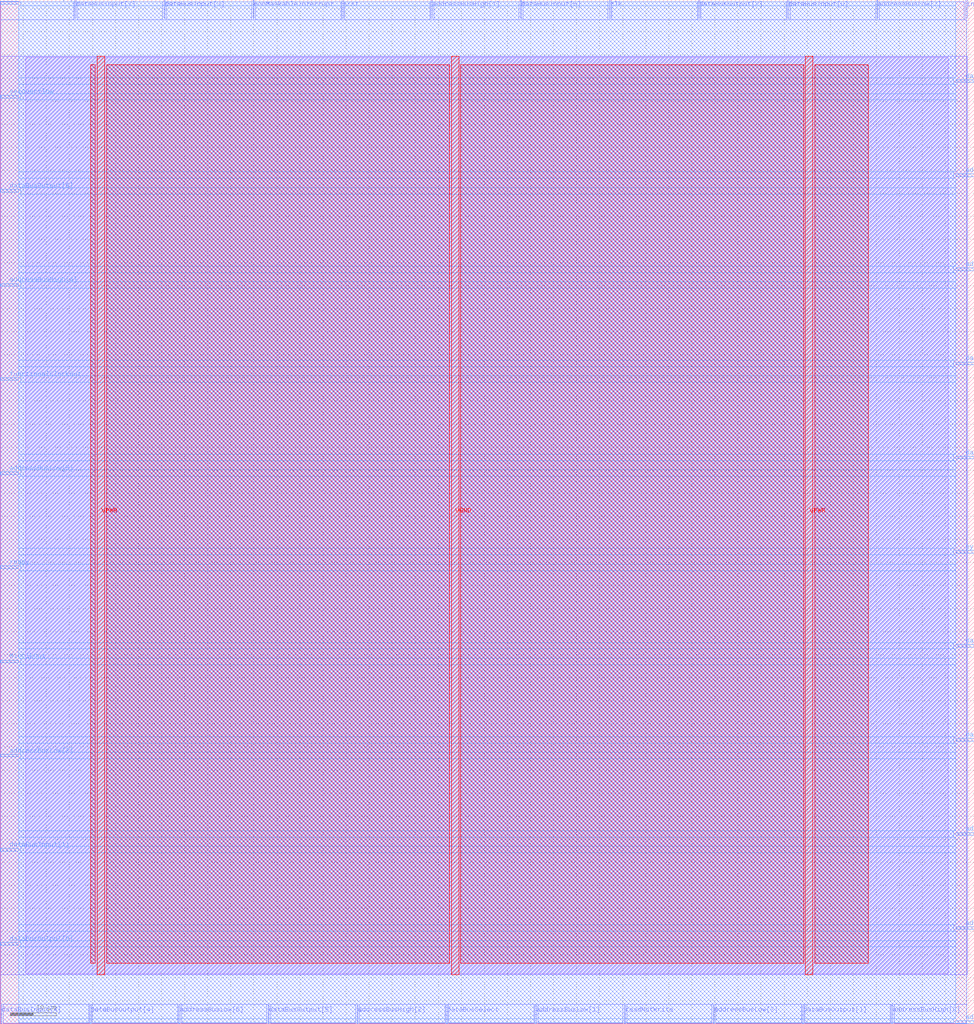
<source format=lef>
VERSION 5.7 ;
  NOWIREEXTENSIONATPIN ON ;
  DIVIDERCHAR "/" ;
  BUSBITCHARS "[]" ;
MACRO top8227
  CLASS BLOCK ;
  FOREIGN top8227 ;
  ORIGIN 0.000 0.000 ;
  SIZE 211.235 BY 221.955 ;
  PIN M10ClkOut
    DIRECTION OUTPUT TRISTATE ;
    USE SIGNAL ;
    ANTENNADIFFAREA 0.340600 ;
    PORT
      LAYER met3 ;
        RECT 0.000 78.240 4.000 78.840 ;
    END
  END M10ClkOut
  PIN VGND
    DIRECTION INOUT ;
    USE GROUND ;
    PORT
      LAYER met4 ;
        RECT 97.840 10.640 99.440 209.680 ;
    END
  END VGND
  PIN VPWR
    DIRECTION INOUT ;
    USE POWER ;
    PORT
      LAYER met4 ;
        RECT 21.040 10.640 22.640 209.680 ;
    END
    PORT
      LAYER met4 ;
        RECT 174.640 10.640 176.240 209.680 ;
    END
  END VPWR
  PIN addressBusHigh[0]
    DIRECTION OUTPUT TRISTATE ;
    USE SIGNAL ;
    ANTENNADIFFAREA 0.795200 ;
    PORT
      LAYER met2 ;
        RECT 193.290 0.000 193.570 4.000 ;
    END
  END addressBusHigh[0]
  PIN addressBusHigh[1]
    DIRECTION OUTPUT TRISTATE ;
    USE SIGNAL ;
    ANTENNADIFFAREA 0.795200 ;
    PORT
      LAYER met2 ;
        RECT 93.470 217.955 93.750 221.955 ;
    END
  END addressBusHigh[1]
  PIN addressBusHigh[2]
    DIRECTION OUTPUT TRISTATE ;
    USE SIGNAL ;
    ANTENNADIFFAREA 0.795200 ;
    PORT
      LAYER met2 ;
        RECT 77.370 0.000 77.650 4.000 ;
    END
  END addressBusHigh[2]
  PIN addressBusHigh[3]
    DIRECTION OUTPUT TRISTATE ;
    USE SIGNAL ;
    ANTENNADIFFAREA 0.795200 ;
    PORT
      LAYER met3 ;
        RECT 207.235 40.840 211.235 41.440 ;
    END
  END addressBusHigh[3]
  PIN addressBusHigh[4]
    DIRECTION OUTPUT TRISTATE ;
    USE SIGNAL ;
    ANTENNADIFFAREA 0.795200 ;
    PORT
      LAYER met3 ;
        RECT 0.000 159.840 4.000 160.440 ;
    END
  END addressBusHigh[4]
  PIN addressBusHigh[5]
    DIRECTION OUTPUT TRISTATE ;
    USE SIGNAL ;
    ANTENNADIFFAREA 0.445500 ;
    PORT
      LAYER met3 ;
        RECT 207.235 20.440 211.235 21.040 ;
    END
  END addressBusHigh[5]
  PIN addressBusHigh[6]
    DIRECTION OUTPUT TRISTATE ;
    USE SIGNAL ;
    ANTENNADIFFAREA 0.795200 ;
    PORT
      LAYER met3 ;
        RECT 207.235 0.040 211.235 0.640 ;
    END
  END addressBusHigh[6]
  PIN addressBusHigh[7]
    DIRECTION OUTPUT TRISTATE ;
    USE SIGNAL ;
    ANTENNADIFFAREA 0.445500 ;
    PORT
      LAYER met3 ;
        RECT 207.235 163.240 211.235 163.840 ;
    END
  END addressBusHigh[7]
  PIN addressBusLow[0]
    DIRECTION OUTPUT TRISTATE ;
    USE SIGNAL ;
    ANTENNADIFFAREA 0.795200 ;
    PORT
      LAYER met3 ;
        RECT 0.000 221.040 4.000 221.640 ;
    END
  END addressBusLow[0]
  PIN addressBusLow[1]
    DIRECTION OUTPUT TRISTATE ;
    USE SIGNAL ;
    ANTENNADIFFAREA 0.795200 ;
    PORT
      LAYER met2 ;
        RECT 116.010 0.000 116.290 4.000 ;
    END
  END addressBusLow[1]
  PIN addressBusLow[2]
    DIRECTION OUTPUT TRISTATE ;
    USE SIGNAL ;
    ANTENNADIFFAREA 0.795200 ;
    PORT
      LAYER met3 ;
        RECT 0.000 57.840 4.000 58.440 ;
    END
  END addressBusLow[2]
  PIN addressBusLow[3]
    DIRECTION OUTPUT TRISTATE ;
    USE SIGNAL ;
    ANTENNADIFFAREA 0.795200 ;
    PORT
      LAYER met2 ;
        RECT 154.650 0.000 154.930 4.000 ;
    END
  END addressBusLow[3]
  PIN addressBusLow[4]
    DIRECTION OUTPUT TRISTATE ;
    USE SIGNAL ;
    ANTENNADIFFAREA 0.445500 ;
    PORT
      LAYER met3 ;
        RECT 207.235 183.640 211.235 184.240 ;
    END
  END addressBusLow[4]
  PIN addressBusLow[5]
    DIRECTION OUTPUT TRISTATE ;
    USE SIGNAL ;
    ANTENNADIFFAREA 0.795200 ;
    PORT
      LAYER met3 ;
        RECT 0.000 119.040 4.000 119.640 ;
    END
  END addressBusLow[5]
  PIN addressBusLow[6]
    DIRECTION OUTPUT TRISTATE ;
    USE SIGNAL ;
    ANTENNADIFFAREA 0.795200 ;
    PORT
      LAYER met2 ;
        RECT 38.730 0.000 39.010 4.000 ;
    END
  END addressBusLow[6]
  PIN addressBusLow[7]
    DIRECTION OUTPUT TRISTATE ;
    USE SIGNAL ;
    ANTENNADIFFAREA 0.795200 ;
    PORT
      LAYER met2 ;
        RECT 190.070 217.955 190.350 221.955 ;
    END
  END addressBusLow[7]
  PIN clk
    DIRECTION INPUT ;
    USE SIGNAL ;
    ANTENNAGATEAREA 0.852000 ;
    PORT
      LAYER met2 ;
        RECT 132.110 217.955 132.390 221.955 ;
    END
  END clk
  PIN dataBusEnable
    DIRECTION INPUT ;
    USE SIGNAL ;
    ANTENNAGATEAREA 0.126000 ;
    PORT
      LAYER met3 ;
        RECT 207.235 122.440 211.235 123.040 ;
    END
  END dataBusEnable
  PIN dataBusInput[0]
    DIRECTION INPUT ;
    USE SIGNAL ;
    ANTENNAGATEAREA 0.159000 ;
    PORT
      LAYER met2 ;
        RECT 170.750 217.955 171.030 221.955 ;
    END
  END dataBusInput[0]
  PIN dataBusInput[1]
    DIRECTION INPUT ;
    USE SIGNAL ;
    ANTENNAGATEAREA 0.247500 ;
    PORT
      LAYER met3 ;
        RECT 0.000 37.440 4.000 38.040 ;
    END
  END dataBusInput[1]
  PIN dataBusInput[2]
    DIRECTION INPUT ;
    USE SIGNAL ;
    ANTENNAGATEAREA 0.247500 ;
    PORT
      LAYER met3 ;
        RECT 207.235 204.040 211.235 204.640 ;
    END
  END dataBusInput[2]
  PIN dataBusInput[3]
    DIRECTION INPUT ;
    USE SIGNAL ;
    ANTENNAGATEAREA 0.213000 ;
    PORT
      LAYER met2 ;
        RECT 35.510 217.955 35.790 221.955 ;
    END
  END dataBusInput[3]
  PIN dataBusInput[4]
    DIRECTION INPUT ;
    USE SIGNAL ;
    ANTENNAGATEAREA 0.213000 ;
    PORT
      LAYER met2 ;
        RECT 0.090 0.000 0.370 4.000 ;
    END
  END dataBusInput[4]
  PIN dataBusInput[5]
    DIRECTION INPUT ;
    USE SIGNAL ;
    ANTENNAGATEAREA 0.159000 ;
    PORT
      LAYER met2 ;
        RECT 112.790 217.955 113.070 221.955 ;
    END
  END dataBusInput[5]
  PIN dataBusInput[6]
    DIRECTION INPUT ;
    USE SIGNAL ;
    ANTENNAGATEAREA 0.159000 ;
    PORT
      LAYER met3 ;
        RECT 207.235 142.840 211.235 143.440 ;
    END
  END dataBusInput[6]
  PIN dataBusInput[7]
    DIRECTION INPUT ;
    USE SIGNAL ;
    ANTENNAGATEAREA 0.159000 ;
    PORT
      LAYER met2 ;
        RECT 16.190 217.955 16.470 221.955 ;
    END
  END dataBusInput[7]
  PIN dataBusOutput[0]
    DIRECTION OUTPUT TRISTATE ;
    USE SIGNAL ;
    ANTENNADIFFAREA 0.795200 ;
    PORT
      LAYER met3 ;
        RECT 0.000 17.040 4.000 17.640 ;
    END
  END dataBusOutput[0]
  PIN dataBusOutput[1]
    DIRECTION OUTPUT TRISTATE ;
    USE SIGNAL ;
    ANTENNADIFFAREA 0.795200 ;
    PORT
      LAYER met2 ;
        RECT 173.970 0.000 174.250 4.000 ;
    END
  END dataBusOutput[1]
  PIN dataBusOutput[2]
    DIRECTION OUTPUT TRISTATE ;
    USE SIGNAL ;
    ANTENNADIFFAREA 0.795200 ;
    PORT
      LAYER met2 ;
        RECT 151.430 217.955 151.710 221.955 ;
    END
  END dataBusOutput[2]
  PIN dataBusOutput[3]
    DIRECTION OUTPUT TRISTATE ;
    USE SIGNAL ;
    ANTENNADIFFAREA 0.795200 ;
    PORT
      LAYER met3 ;
        RECT 207.235 61.240 211.235 61.840 ;
    END
  END dataBusOutput[3]
  PIN dataBusOutput[4]
    DIRECTION OUTPUT TRISTATE ;
    USE SIGNAL ;
    ANTENNADIFFAREA 0.795200 ;
    PORT
      LAYER met2 ;
        RECT 19.410 0.000 19.690 4.000 ;
    END
  END dataBusOutput[4]
  PIN dataBusOutput[5]
    DIRECTION OUTPUT TRISTATE ;
    USE SIGNAL ;
    ANTENNADIFFAREA 0.795200 ;
    PORT
      LAYER met2 ;
        RECT 58.050 0.000 58.330 4.000 ;
    END
  END dataBusOutput[5]
  PIN dataBusOutput[6]
    DIRECTION OUTPUT TRISTATE ;
    USE SIGNAL ;
    ANTENNADIFFAREA 0.795200 ;
    PORT
      LAYER met3 ;
        RECT 0.000 180.240 4.000 180.840 ;
    END
  END dataBusOutput[6]
  PIN dataBusOutput[7]
    DIRECTION OUTPUT TRISTATE ;
    USE SIGNAL ;
    ANTENNADIFFAREA 0.445500 ;
    PORT
      LAYER met3 ;
        RECT 207.235 81.640 211.235 82.240 ;
    END
  END dataBusOutput[7]
  PIN dataBusSelect
    DIRECTION OUTPUT TRISTATE ;
    USE SIGNAL ;
    ANTENNADIFFAREA 0.795200 ;
    PORT
      LAYER met2 ;
        RECT 96.690 0.000 96.970 4.000 ;
    END
  END dataBusSelect
  PIN functionalClockOut
    DIRECTION OUTPUT TRISTATE ;
    USE SIGNAL ;
    ANTENNADIFFAREA 0.340600 ;
    PORT
      LAYER met3 ;
        RECT 0.000 139.440 4.000 140.040 ;
    END
  END functionalClockOut
  PIN interruptRequest
    DIRECTION INPUT ;
    USE SIGNAL ;
    ANTENNAGATEAREA 0.196500 ;
    PORT
      LAYER met2 ;
        RECT 209.390 217.955 209.670 221.955 ;
    END
  END interruptRequest
  PIN nonMaskableInterrupt
    DIRECTION INPUT ;
    USE SIGNAL ;
    ANTENNAGATEAREA 0.196500 ;
    PORT
      LAYER met2 ;
        RECT 54.830 217.955 55.110 221.955 ;
    END
  END nonMaskableInterrupt
  PIN nrst
    DIRECTION INPUT ;
    USE SIGNAL ;
    ANTENNAGATEAREA 0.196500 ;
    PORT
      LAYER met2 ;
        RECT 74.150 217.955 74.430 221.955 ;
    END
  END nrst
  PIN readNotWrite
    DIRECTION OUTPUT TRISTATE ;
    USE SIGNAL ;
    ANTENNADIFFAREA 0.795200 ;
    PORT
      LAYER met2 ;
        RECT 135.330 0.000 135.610 4.000 ;
    END
  END readNotWrite
  PIN ready
    DIRECTION INPUT ;
    USE SIGNAL ;
    ANTENNAGATEAREA 0.196500 ;
    PORT
      LAYER met3 ;
        RECT 0.000 98.640 4.000 99.240 ;
    END
  END ready
  PIN setOverflow
    DIRECTION INPUT ;
    USE SIGNAL ;
    ANTENNAGATEAREA 0.196500 ;
    PORT
      LAYER met3 ;
        RECT 0.000 200.640 4.000 201.240 ;
    END
  END setOverflow
  PIN sync
    DIRECTION OUTPUT TRISTATE ;
    USE SIGNAL ;
    ANTENNADIFFAREA 0.795200 ;
    PORT
      LAYER met3 ;
        RECT 207.235 102.040 211.235 102.640 ;
    END
  END sync
  OBS
      LAYER li1 ;
        RECT 5.520 10.795 205.620 209.525 ;
      LAYER met1 ;
        RECT 0.070 10.640 209.690 209.680 ;
      LAYER met2 ;
        RECT 0.100 217.675 15.910 221.525 ;
        RECT 16.750 217.675 35.230 221.525 ;
        RECT 36.070 217.675 54.550 221.525 ;
        RECT 55.390 217.675 73.870 221.525 ;
        RECT 74.710 217.675 93.190 221.525 ;
        RECT 94.030 217.675 112.510 221.525 ;
        RECT 113.350 217.675 131.830 221.525 ;
        RECT 132.670 217.675 151.150 221.525 ;
        RECT 151.990 217.675 170.470 221.525 ;
        RECT 171.310 217.675 189.790 221.525 ;
        RECT 190.630 217.675 209.110 221.525 ;
        RECT 0.100 4.280 209.660 217.675 ;
        RECT 0.650 0.155 19.130 4.280 ;
        RECT 19.970 0.155 38.450 4.280 ;
        RECT 39.290 0.155 57.770 4.280 ;
        RECT 58.610 0.155 77.090 4.280 ;
        RECT 77.930 0.155 96.410 4.280 ;
        RECT 97.250 0.155 115.730 4.280 ;
        RECT 116.570 0.155 135.050 4.280 ;
        RECT 135.890 0.155 154.370 4.280 ;
        RECT 155.210 0.155 173.690 4.280 ;
        RECT 174.530 0.155 193.010 4.280 ;
        RECT 193.850 0.155 209.660 4.280 ;
      LAYER met3 ;
        RECT 4.400 220.640 207.235 221.505 ;
        RECT 4.000 205.040 207.235 220.640 ;
        RECT 4.000 203.640 206.835 205.040 ;
        RECT 4.000 201.640 207.235 203.640 ;
        RECT 4.400 200.240 207.235 201.640 ;
        RECT 4.000 184.640 207.235 200.240 ;
        RECT 4.000 183.240 206.835 184.640 ;
        RECT 4.000 181.240 207.235 183.240 ;
        RECT 4.400 179.840 207.235 181.240 ;
        RECT 4.000 164.240 207.235 179.840 ;
        RECT 4.000 162.840 206.835 164.240 ;
        RECT 4.000 160.840 207.235 162.840 ;
        RECT 4.400 159.440 207.235 160.840 ;
        RECT 4.000 143.840 207.235 159.440 ;
        RECT 4.000 142.440 206.835 143.840 ;
        RECT 4.000 140.440 207.235 142.440 ;
        RECT 4.400 139.040 207.235 140.440 ;
        RECT 4.000 123.440 207.235 139.040 ;
        RECT 4.000 122.040 206.835 123.440 ;
        RECT 4.000 120.040 207.235 122.040 ;
        RECT 4.400 118.640 207.235 120.040 ;
        RECT 4.000 103.040 207.235 118.640 ;
        RECT 4.000 101.640 206.835 103.040 ;
        RECT 4.000 99.640 207.235 101.640 ;
        RECT 4.400 98.240 207.235 99.640 ;
        RECT 4.000 82.640 207.235 98.240 ;
        RECT 4.000 81.240 206.835 82.640 ;
        RECT 4.000 79.240 207.235 81.240 ;
        RECT 4.400 77.840 207.235 79.240 ;
        RECT 4.000 62.240 207.235 77.840 ;
        RECT 4.000 60.840 206.835 62.240 ;
        RECT 4.000 58.840 207.235 60.840 ;
        RECT 4.400 57.440 207.235 58.840 ;
        RECT 4.000 41.840 207.235 57.440 ;
        RECT 4.000 40.440 206.835 41.840 ;
        RECT 4.000 38.440 207.235 40.440 ;
        RECT 4.400 37.040 207.235 38.440 ;
        RECT 4.000 21.440 207.235 37.040 ;
        RECT 4.000 20.040 206.835 21.440 ;
        RECT 4.000 18.040 207.235 20.040 ;
        RECT 4.400 16.640 207.235 18.040 ;
        RECT 4.000 1.040 207.235 16.640 ;
        RECT 4.000 0.175 206.835 1.040 ;
      LAYER met4 ;
        RECT 19.615 13.095 20.640 207.905 ;
        RECT 23.040 13.095 97.440 207.905 ;
        RECT 99.840 13.095 174.240 207.905 ;
        RECT 176.640 13.095 188.305 207.905 ;
  END
END top8227
END LIBRARY


</source>
